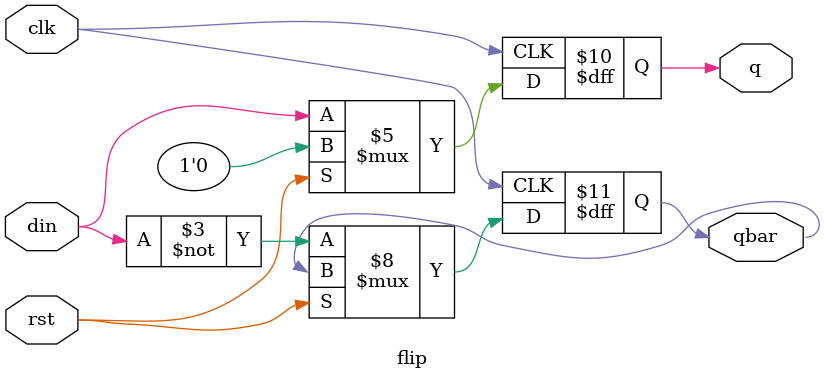
<source format=v>
`timescale 1ns / 1ps
module flip(

input clk,din,rst,
output reg q,qbar
    );
    
 always@(posedge clk)
 begin
    if(rst==1'b1)
    begin
       q<=1'b0; 
    end
    else
    begin
        q<=din;
        qbar<=~din;
    end
 end
endmodule

</source>
